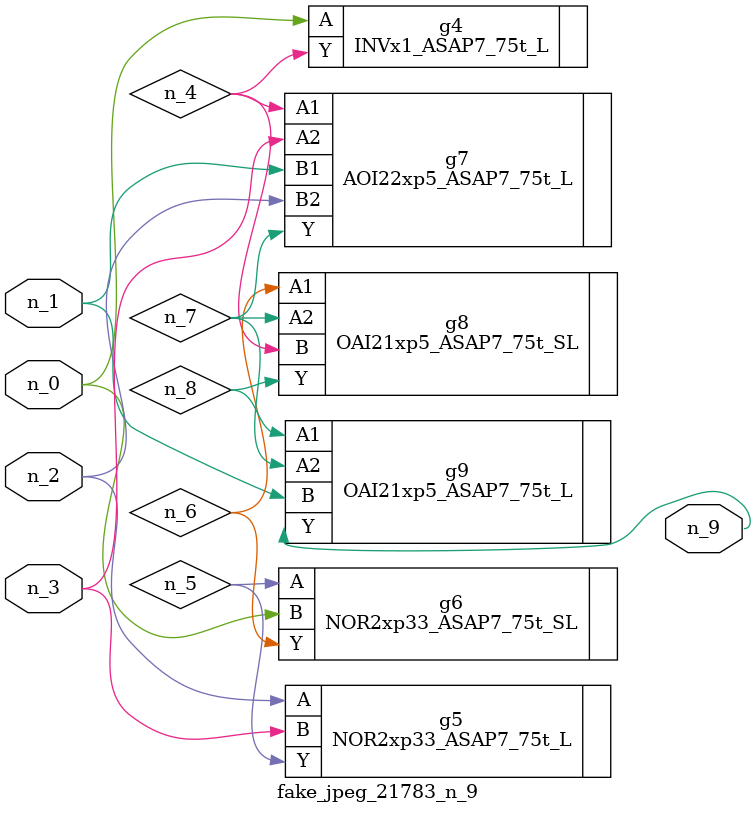
<source format=v>
module fake_jpeg_21783_n_9 (n_0, n_3, n_2, n_1, n_9);

input n_0;
input n_3;
input n_2;
input n_1;

output n_9;

wire n_4;
wire n_8;
wire n_6;
wire n_5;
wire n_7;

INVx1_ASAP7_75t_L g4 ( 
.A(n_0),
.Y(n_4)
);

NOR2xp33_ASAP7_75t_L g5 ( 
.A(n_2),
.B(n_3),
.Y(n_5)
);

NOR2xp33_ASAP7_75t_SL g6 ( 
.A(n_5),
.B(n_0),
.Y(n_6)
);

OAI21xp5_ASAP7_75t_SL g8 ( 
.A1(n_6),
.A2(n_7),
.B(n_4),
.Y(n_8)
);

AOI22xp5_ASAP7_75t_L g7 ( 
.A1(n_4),
.A2(n_3),
.B1(n_1),
.B2(n_2),
.Y(n_7)
);

OAI21xp5_ASAP7_75t_L g9 ( 
.A1(n_8),
.A2(n_7),
.B(n_1),
.Y(n_9)
);


endmodule
</source>
